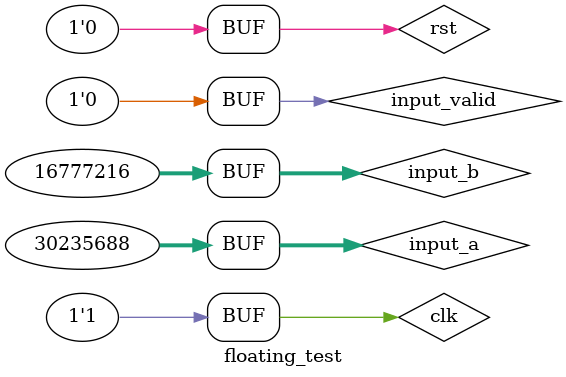
<source format=v>
`timescale 1ns / 1ps


module floating_test;

	// Inputs
	reg [31:0] input_a;
	reg [31:0] input_b;
	reg input_valid;
	reg clk;
	reg rst;

	// Outputs
	wire [31:0] output_z;
	wire output_valid;

	// Instantiate the Unit Under Test (UUT)
	decoder uut (
		.input_a(input_a), 
		.input_b(input_b), 
		.input_valid(input_valid), 
		.output_z(output_z),
		.output_valid(output_valid),
		.clk(clk), 
		.rst(rst)
	
	);
always    
begin        
#10 clk = 0;             
#10 clk = 1;   
end
   
	initial begin
		// Initialize Inputs
		input_a = 0;   
		input_valid=0;
		input_b = 0;
	            
		clk = 0;    
		rst = 0;     
		#20 rst = 1'b1;
		#20 rst = 0;
		
	//two positive floating point numbers
	#20 input_valid = 1;input_a= 32'b00111111000000000000000000000000;input_b =32'b00111111000000000000000000000000;
	#20 input_valid = 0;
	
	
	//overflow checking
	#240 input_valid = 1;input_a= 32'b01111110110011010101110000101000;input_b =32'b01000011100000000000000000000000;
	#20 input_valid = 0;
	


	
  //one negative floating point numbers
	#240 input_valid = 1 ;input_a= 32'b11000001110011010101110000101000;input_b =32'b00111111000000000000000000000000;
	#20 input_valid = 0;
	   
		
 //underflow checking
	#240 input_valid = 1;input_a= 32'b00000001110011010101110000101000;input_b =32'b00000001000000000000000000000000;
	#20 input_valid = 0;
	
	
	end
	
	    
      
endmodule    



</source>
